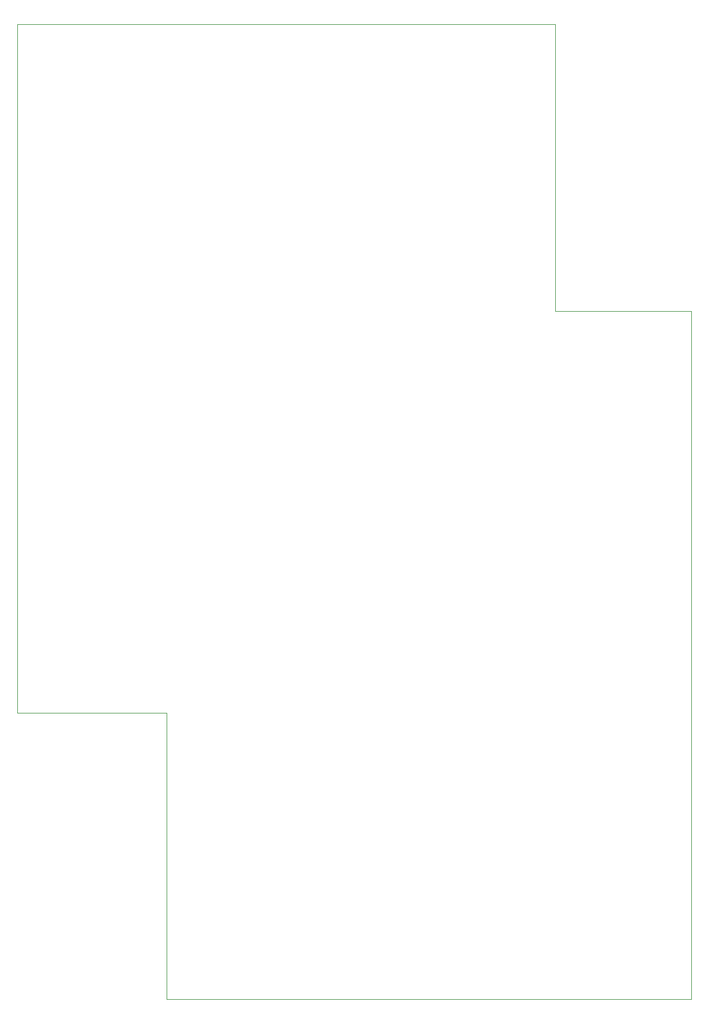
<source format=gm1>
G04 #@! TF.GenerationSoftware,KiCad,Pcbnew,(5.99.0-221-ga18d3cc)*
G04 #@! TF.CreationDate,2019-11-20T11:00:34-07:00*
G04 #@! TF.ProjectId,gva-pha202amp,6776612d-7068-4613-9230-32616d702e6b,rev?*
G04 #@! TF.SameCoordinates,Original*
G04 #@! TF.FileFunction,Profile,NP*
%FSLAX46Y46*%
G04 Gerber Fmt 4.6, Leading zero omitted, Abs format (unit mm)*
G04 Created by KiCad (PCBNEW (5.99.0-221-ga18d3cc)) date 2019-11-20 11:00:34*
%MOMM*%
%LPD*%
G04 APERTURE LIST*
%ADD10C,0.050000*%
G04 APERTURE END LIST*
D10*
X221000000Y-131000000D02*
X201000000Y-131000000D01*
X221000000Y-232000000D02*
X221000000Y-131000000D01*
X144000000Y-232000000D02*
X221000000Y-232000000D01*
X144000000Y-190000000D02*
X144000000Y-232000000D01*
X122000000Y-190000000D02*
X144000000Y-190000000D01*
X122000000Y-89000000D02*
X122000000Y-190000000D01*
X201000000Y-89000000D02*
X122000000Y-89000000D01*
X201000000Y-131000000D02*
X201000000Y-89000000D01*
M02*

</source>
